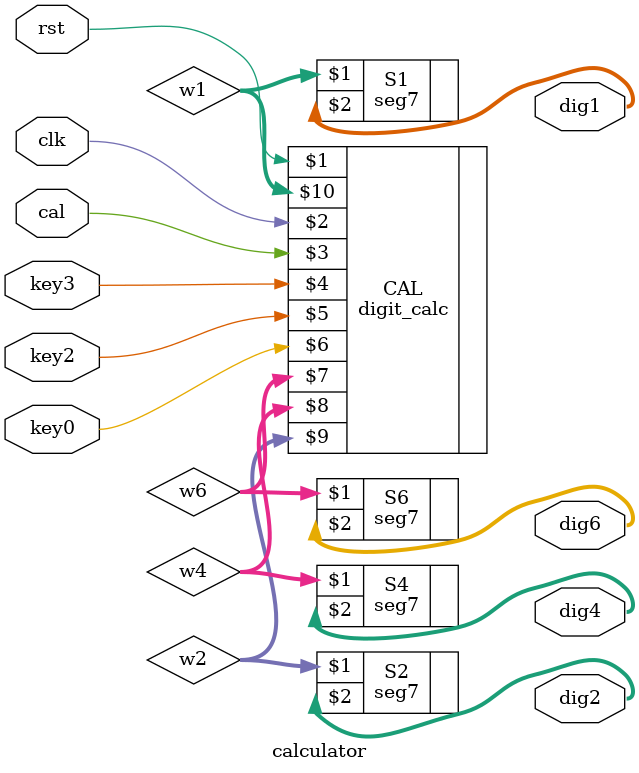
<source format=v>
module calculator(rst, clk, cal, key3, key2, key0, dig6, dig4, dig2, dig1);
input rst, clk, cal, key3, key2, key0;
output [6:0] dig6, dig4, dig2, dig1;

wire [3:0] w6, w4, w2, w1;

digit_calc CAL(rst, clk, cal, key3, key2, key0, w6, w4, w2, w1);
seg7 S6(w6, dig6);
seg7 S4(w4, dig4);
seg7 S2(w2, dig2);
seg7 S1(w1, dig1);

endmodule

</source>
